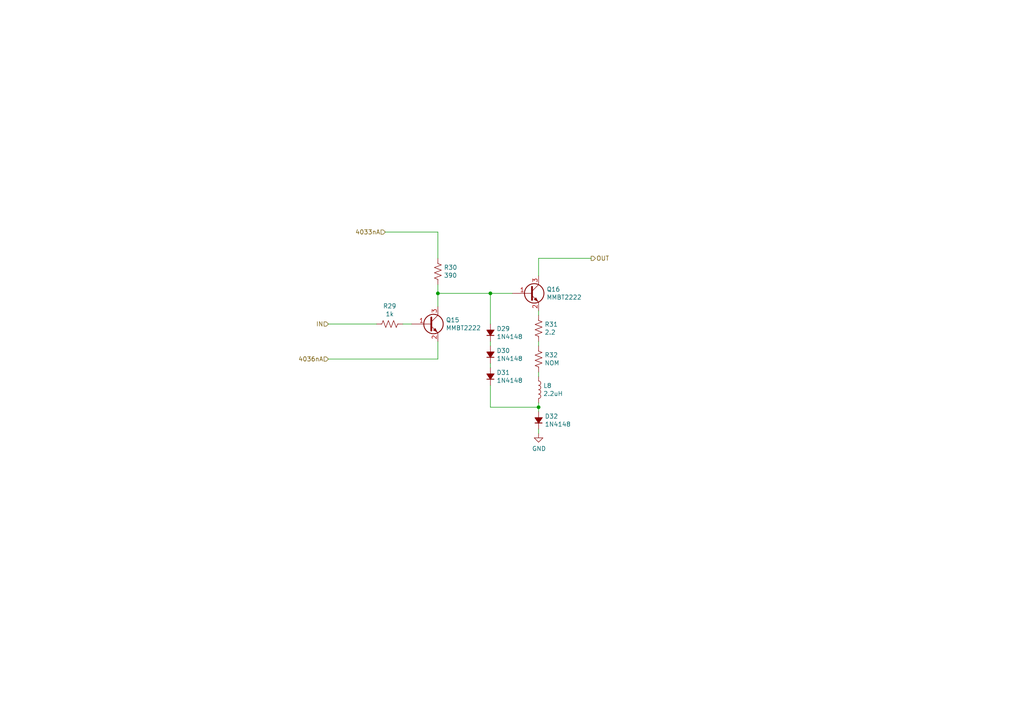
<source format=kicad_sch>
(kicad_sch (version 20211123) (generator eeschema)
  (paper "A4")
  (lib_symbols
    (symbol "Device:D_Small_Filled" (pin_numbers hide) (pin_names (offset 0.254) hide)
      (property "Reference" "D" (at -1.27 2.032 0))
      (property "Value" "D_Small_Filled" (at -3.81 -2.032 0))
      (symbol "D_Small_Filled_0_1"
        (polyline (pts (xy -0.762 -1.016) (xy -0.762 1.016)) (stroke (width 0.254)))
        (polyline (pts (xy -0.762 0) (xy 0.762 0)))
        (polyline (pts (xy 0.762 -1.016) (xy -0.762 0) (xy 0.762 1.016) (xy 0.762 -1.016)) (stroke (width 0.254)) (fill (type outline)))
      )
      (symbol "D_Small_Filled_1_1"
        (pin passive line (at -2.54 0 0) (length 1.778) (name "K") (number "1"))
        (pin passive line (at 2.54 0 180) (length 1.778) (name "A") (number "2"))
      )
    )
    (symbol "Device:L" (pin_numbers hide) (pin_names (offset 1.016) hide)
      (property "Reference" "L" (at -1.27 0 90))
      (property "Value" "L" (at 1.905 0 90))
      (symbol "L_0_1"
        (arc (start 0 -2.54) (mid 0.635 -1.905) (end 0 -1.27))
        (arc (start 0 -1.27) (mid 0.635 -0.635) (end 0 0))
        (arc (start 0 0) (mid 0.635 0.635) (end 0 1.27))
        (arc (start 0 1.27) (mid 0.635 1.905) (end 0 2.54))
      )
      (symbol "L_1_1"
        (pin passive line (at 0 3.81 270) (length 1.27) (name "1") (number "1"))
        (pin passive line (at 0 -3.81 90) (length 1.27) (name "2") (number "2"))
      )
    )
    (symbol "Device:Q_NPN_BEC" (pin_names (offset 0) hide)
      (property "Reference" "Q" (at 5.08 1.27 0))
      (property "Value" "Q_NPN_BEC" (at 5.08 -1.27 0))
      (symbol "Q_NPN_BEC_0_1"
        (polyline (pts (xy 0.635 0.635) (xy 2.54 2.54)))
        (polyline (pts (xy 0.635 -0.635) (xy 2.54 -2.54) (xy 2.54 -2.54)))
        (polyline (pts (xy 0.635 1.905) (xy 0.635 -1.905) (xy 0.635 -1.905)) (stroke (width 0.508)))
        (polyline (pts (xy 1.27 -1.778) (xy 1.778 -1.27) (xy 2.286 -2.286) (xy 1.27 -1.778) (xy 1.27 -1.778)) (fill (type outline)))
        (circle (center 1.27 0) (radius 2.8194) (stroke (width 0.254)))
      )
      (symbol "Q_NPN_BEC_1_1"
        (pin input line (at -5.08 0 0) (length 5.715) (name "B") (number "1"))
        (pin passive line (at 2.54 -5.08 90) (length 2.54) (name "E") (number "2"))
        (pin passive line (at 2.54 5.08 270) (length 2.54) (name "C") (number "3"))
      )
    )
    (symbol "Device:R_US" (pin_numbers hide) (pin_names (offset 0))
      (property "Reference" "R" (at 2.54 0 90))
      (property "Value" "R_US" (at -2.54 0 90))
      (symbol "R_US_0_1"
        (polyline (pts (xy 0 -2.286) (xy 0 -2.54)))
        (polyline (pts (xy 0 2.286) (xy 0 2.54)))
        (polyline (pts (xy 0 -0.762) (xy 1.016 -1.143) (xy 0 -1.524) (xy -1.016 -1.905) (xy 0 -2.286)))
        (polyline (pts (xy 0 0.762) (xy 1.016 0.381) (xy 0 0) (xy -1.016 -0.381) (xy 0 -0.762)))
        (polyline (pts (xy 0 2.286) (xy 1.016 1.905) (xy 0 1.524) (xy -1.016 1.143) (xy 0 0.762)))
      )
      (symbol "R_US_1_1"
        (pin passive line (at 0 3.81 270) (length 1.27) (name "~") (number "1"))
        (pin passive line (at 0 -3.81 90) (length 1.27) (name "~") (number "2"))
      )
    )
    (symbol "power:GND" (power) (pin_names (offset 0))
      (property "Value" "GND" (at 0 -3.81 0))
      (symbol "GND_0_1"
        (polyline (pts (xy 0 0) (xy 0 -1.27) (xy 1.27 -1.27) (xy 0 -2.54) (xy -1.27 -1.27) (xy 0 -1.27)))
      )
      (symbol "GND_1_1"
        (pin power_in line (at 0 0 270) (length 0) hide (name "GND") (number "1"))
      )
    )
  )
  (junction (at 142.24 85.09))
  (junction (at 127 85.09))
  (junction (at 156.21 118.11))
  (wire (pts (xy 156.21 118.11) (xy 156.21 119.38)))
  (wire (pts (xy 142.24 85.09) (xy 142.24 93.98)))
  (wire (pts (xy 156.21 109.22) (xy 156.21 107.95)))
  (wire (pts (xy 127 85.09) (xy 127 88.9)))
  (wire (pts (xy 156.21 118.11) (xy 156.21 116.84)))
  (wire (pts (xy 142.24 99.06) (xy 142.24 100.33)))
  (wire (pts (xy 111.76 67.31) (xy 127 67.31)))
  (wire (pts (xy 116.84 93.98) (xy 119.38 93.98)))
  (wire (pts (xy 156.21 90.17) (xy 156.21 91.44)))
  (wire (pts (xy 127 99.06) (xy 127 104.14)))
  (wire (pts (xy 142.24 118.11) (xy 156.21 118.11)))
  (wire (pts (xy 127 82.55) (xy 127 85.09)))
  (wire (pts (xy 127 85.09) (xy 142.24 85.09)))
  (wire (pts (xy 142.24 111.76) (xy 142.24 118.11)))
  (wire (pts (xy 156.21 74.93) (xy 156.21 80.01)))
  (wire (pts (xy 142.24 105.41) (xy 142.24 106.68)))
  (wire (pts (xy 171.45 74.93) (xy 156.21 74.93)))
  (wire (pts (xy 127 67.31) (xy 127 74.93)))
  (wire (pts (xy 156.21 124.46) (xy 156.21 125.73)))
  (wire (pts (xy 156.21 100.33) (xy 156.21 99.06)))
  (wire (pts (xy 142.24 85.09) (xy 148.59 85.09)))
  (wire (pts (xy 127 104.14) (xy 95.25 104.14)))
  (wire (pts (xy 95.25 93.98) (xy 109.22 93.98)))
  (hierarchical_label "4036nA" (shape input) (at 95.25 104.14 180))
  (hierarchical_label "OUT" (shape output) (at 171.45 74.93 0))
  (hierarchical_label "4033nA" (shape input) (at 111.76 67.31 180))
  (hierarchical_label "IN" (shape input) (at 95.25 93.98 180))
  (symbol (lib_id "Device:R_US") (at 113.03 93.98 270) (unit 1)
    (property "Reference" "R29" (at 113.03 88.773 90))
    (property "Value" "1k" (at 113.03 91.0844 90))
    (property "Footprint" "Resistor_SMD:R_0603_1608Metric" (effects hide))
  )
  (symbol (lib_id "Device:Q_NPN_BEC") (at 124.46 93.98 0) (unit 1)
    (property "Reference" "Q15" (at 129.3114 92.8116 0) (effects (justify left)))
    (property "Value" "MMBT2222" (at 129.3114 95.123 0) (effects (justify left)))
    (property "Footprint" "Package_TO_SOT_SMD:SOT-23" (effects hide))
    (property "Digikey" "https://www.digikey.com/en/products/detail/MMBT2222A-G/641-1942-1-ND/9477875" (effects hide))
    (property "Part Number" "MMBT2222A-G" (effects hide))
  )
  (symbol (lib_id "Device:D_Small_Filled") (at 142.24 109.22 90) (unit 1)
    (property "Reference" "D31" (at 144.018 108.0516 90) (effects (justify right)))
    (property "Value" "1N4148" (at 144.018 110.363 90) (effects (justify right)))
    (property "Footprint" "lachesis:D_SOD-323" (effects hide))
    (property "Part Number" "1N4148WSTR" (effects hide))
    (property "Digikey" "https://www.digikey.com/en/products/detail/smc-diode-solutions/1N4148WSTR/6022449" (effects hide))
  )
  (symbol (lib_id "Device:D_Small_Filled") (at 142.24 102.87 90) (unit 1)
    (property "Reference" "D30" (at 144.018 101.7016 90) (effects (justify right)))
    (property "Value" "1N4148" (at 144.018 104.013 90) (effects (justify right)))
    (property "Footprint" "lachesis:D_SOD-323" (effects hide))
    (property "Part Number" "1N4148WSTR" (effects hide))
    (property "Digikey" "https://www.digikey.com/en/products/detail/smc-diode-solutions/1N4148WSTR/6022449" (effects hide))
  )
  (symbol (lib_id "Device:D_Small_Filled") (at 142.24 96.52 90) (unit 1)
    (property "Reference" "D29" (at 144.018 95.3516 90) (effects (justify right)))
    (property "Value" "1N4148" (at 144.018 97.663 90) (effects (justify right)))
    (property "Footprint" "lachesis:D_SOD-323" (effects hide))
    (property "Part Number" "1N4148WSTR" (effects hide))
    (property "Digikey" "https://www.digikey.com/en/products/detail/smc-diode-solutions/1N4148WSTR/6022449" (effects hide))
  )
  (symbol (lib_id "Device:Q_NPN_BEC") (at 153.67 85.09 0) (unit 1)
    (property "Reference" "Q16" (at 158.5214 83.9216 0) (effects (justify left)))
    (property "Value" "MMBT2222" (at 158.5214 86.233 0) (effects (justify left)))
    (property "Footprint" "Package_TO_SOT_SMD:SOT-23" (effects hide))
    (property "Digikey" "https://www.digikey.com/en/products/detail/MMBT2222A-G/641-1942-1-ND/9477875" (effects hide))
    (property "Part Number" "MMBT2222A-G" (effects hide))
  )
  (symbol (lib_id "Device:R_US") (at 156.21 95.25 0) (unit 1)
    (property "Reference" "R31" (at 157.9372 94.0816 0) (effects (justify left)))
    (property "Value" "2.2" (at 157.9372 96.393 0) (effects (justify left)))
    (property "Footprint" "Resistor_SMD:R_0603_1608Metric" (effects hide))
  )
  (symbol (lib_id "Device:R_US") (at 127 78.74 0) (unit 1)
    (property "Reference" "R30" (at 128.7272 77.5716 0) (effects (justify left)))
    (property "Value" "390" (at 128.7272 79.883 0) (effects (justify left)))
    (property "Footprint" "Resistor_SMD:R_0603_1608Metric" (effects hide))
  )
  (symbol (lib_id "Device:R_US") (at 156.21 104.14 0) (unit 1)
    (property "Reference" "R32" (at 157.9372 102.9716 0) (effects (justify left)))
    (property "Value" "NOM" (at 157.9372 105.283 0) (effects (justify left)))
    (property "Footprint" "Resistor_SMD:R_0603_1608Metric" (effects hide))
  )
  (symbol (lib_id "Device:D_Small_Filled") (at 156.21 121.92 90) (unit 1)
    (property "Reference" "D32" (at 157.988 120.7516 90) (effects (justify right)))
    (property "Value" "1N4148" (at 157.988 123.063 90) (effects (justify right)))
    (property "Footprint" "lachesis:D_SOD-323" (effects hide))
    (property "Part Number" "1N4148WSTR" (effects hide))
    (property "Digikey" "https://www.digikey.com/en/products/detail/smc-diode-solutions/1N4148WSTR/6022449" (effects hide))
  )
  (symbol (lib_id "Device:L") (at 156.21 113.03 0) (unit 1)
    (property "Reference" "L8" (at 157.5562 111.8616 0) (effects (justify left)))
    (property "Value" "2.2uH" (at 157.5562 114.173 0) (effects (justify left)))
    (property "Footprint" "lachesis:API_Delevan_1812R" (effects hide))
    (property "DCR" "0.7" (effects hide))
    (property "Digikey" "https://www.digikey.com/en/products/detail/api-delevan-inc/1812R-222J/1115305" (effects hide))
    (property "Part Number" "1812R-222J" (effects hide))
    (property "Rating" "535mA" (effects hide))
    (property "Tolerance" "5%" (effects hide))
  )
  (symbol (lib_id "power:GND") (at 156.21 125.73 0) (unit 1)
    (property "Reference" "#PWR08" (effects hide))
    (property "Value" "GND" (at 156.337 130.1242 0))
  )
)
</source>
